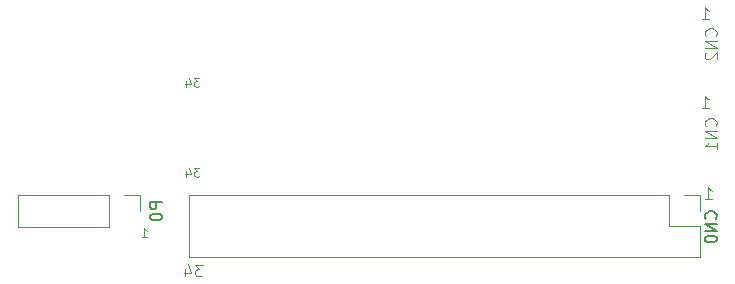
<source format=gbr>
G04 #@! TF.GenerationSoftware,KiCad,Pcbnew,(5.1.9)-1*
G04 #@! TF.CreationDate,2021-02-01T20:54:34+00:00*
G04 #@! TF.ProjectId,Amiga DF0 DF1 Switcher - Design B,416d6967-6120-4444-9630-204446312053,1*
G04 #@! TF.SameCoordinates,Original*
G04 #@! TF.FileFunction,Legend,Bot*
G04 #@! TF.FilePolarity,Positive*
%FSLAX46Y46*%
G04 Gerber Fmt 4.6, Leading zero omitted, Abs format (unit mm)*
G04 Created by KiCad (PCBNEW (5.1.9)-1) date 2021-02-01 20:54:34*
%MOMM*%
%LPD*%
G01*
G04 APERTURE LIST*
%ADD10C,0.125000*%
%ADD11C,0.120000*%
%ADD12C,0.150000*%
G04 APERTURE END LIST*
D10*
X131865714Y-139531285D02*
X132294285Y-139531285D01*
X132080000Y-139531285D02*
X132080000Y-138781285D01*
X132151428Y-138888428D01*
X132222857Y-138959857D01*
X132294285Y-138995571D01*
X136751142Y-126081285D02*
X136286857Y-126081285D01*
X136536857Y-126367000D01*
X136429714Y-126367000D01*
X136358285Y-126402714D01*
X136322571Y-126438428D01*
X136286857Y-126509857D01*
X136286857Y-126688428D01*
X136322571Y-126759857D01*
X136358285Y-126795571D01*
X136429714Y-126831285D01*
X136644000Y-126831285D01*
X136715428Y-126795571D01*
X136751142Y-126759857D01*
X135644000Y-126331285D02*
X135644000Y-126831285D01*
X135822571Y-126045571D02*
X136001142Y-126581285D01*
X135536857Y-126581285D01*
X136751142Y-133701285D02*
X136286857Y-133701285D01*
X136536857Y-133987000D01*
X136429714Y-133987000D01*
X136358285Y-134022714D01*
X136322571Y-134058428D01*
X136286857Y-134129857D01*
X136286857Y-134308428D01*
X136322571Y-134379857D01*
X136358285Y-134415571D01*
X136429714Y-134451285D01*
X136644000Y-134451285D01*
X136715428Y-134415571D01*
X136751142Y-134379857D01*
X135644000Y-133951285D02*
X135644000Y-134451285D01*
X135822571Y-133665571D02*
X136001142Y-134201285D01*
X135536857Y-134201285D01*
X179292285Y-128595380D02*
X179863714Y-128595380D01*
X179578000Y-128595380D02*
X179578000Y-127595380D01*
X179673238Y-127738238D01*
X179768476Y-127833476D01*
X179863714Y-127881095D01*
X179292285Y-121102380D02*
X179863714Y-121102380D01*
X179578000Y-121102380D02*
X179578000Y-120102380D01*
X179673238Y-120245238D01*
X179768476Y-120340476D01*
X179863714Y-120388095D01*
X180443142Y-122499523D02*
X180490761Y-122451904D01*
X180538380Y-122309047D01*
X180538380Y-122213809D01*
X180490761Y-122070952D01*
X180395523Y-121975714D01*
X180300285Y-121928095D01*
X180109809Y-121880476D01*
X179966952Y-121880476D01*
X179776476Y-121928095D01*
X179681238Y-121975714D01*
X179586000Y-122070952D01*
X179538380Y-122213809D01*
X179538380Y-122309047D01*
X179586000Y-122451904D01*
X179633619Y-122499523D01*
X180538380Y-122928095D02*
X179538380Y-122928095D01*
X180538380Y-123499523D01*
X179538380Y-123499523D01*
X179633619Y-123928095D02*
X179586000Y-123975714D01*
X179538380Y-124070952D01*
X179538380Y-124309047D01*
X179586000Y-124404285D01*
X179633619Y-124451904D01*
X179728857Y-124499523D01*
X179824095Y-124499523D01*
X179966952Y-124451904D01*
X180538380Y-123880476D01*
X180538380Y-124499523D01*
X180443142Y-130119523D02*
X180490761Y-130071904D01*
X180538380Y-129929047D01*
X180538380Y-129833809D01*
X180490761Y-129690952D01*
X180395523Y-129595714D01*
X180300285Y-129548095D01*
X180109809Y-129500476D01*
X179966952Y-129500476D01*
X179776476Y-129548095D01*
X179681238Y-129595714D01*
X179586000Y-129690952D01*
X179538380Y-129833809D01*
X179538380Y-129929047D01*
X179586000Y-130071904D01*
X179633619Y-130119523D01*
X180538380Y-130548095D02*
X179538380Y-130548095D01*
X180538380Y-131119523D01*
X179538380Y-131119523D01*
X180538380Y-132119523D02*
X180538380Y-131548095D01*
X180538380Y-131833809D02*
X179538380Y-131833809D01*
X179681238Y-131738571D01*
X179776476Y-131643333D01*
X179824095Y-131548095D01*
X179546285Y-136342380D02*
X180117714Y-136342380D01*
X179832000Y-136342380D02*
X179832000Y-135342380D01*
X179927238Y-135485238D01*
X180022476Y-135580476D01*
X180117714Y-135628095D01*
X137017023Y-141882880D02*
X136397976Y-141882880D01*
X136731309Y-142263833D01*
X136588452Y-142263833D01*
X136493214Y-142311452D01*
X136445595Y-142359071D01*
X136397976Y-142454309D01*
X136397976Y-142692404D01*
X136445595Y-142787642D01*
X136493214Y-142835261D01*
X136588452Y-142882880D01*
X136874166Y-142882880D01*
X136969404Y-142835261D01*
X137017023Y-142787642D01*
X135540833Y-142216214D02*
X135540833Y-142882880D01*
X135778928Y-141835261D02*
X136017023Y-142549547D01*
X135397976Y-142549547D01*
D11*
X129082800Y-138680500D02*
X129082800Y-136020500D01*
X129082800Y-138680500D02*
X121402800Y-138680500D01*
X121402800Y-138680500D02*
X121402800Y-136020500D01*
X129082800Y-136020500D02*
X121402800Y-136020500D01*
X131682800Y-136020500D02*
X130352800Y-136020500D01*
X131682800Y-137350500D02*
X131682800Y-136020500D01*
X179130000Y-141220500D02*
X179130000Y-138620500D01*
X179130000Y-141220500D02*
X135830000Y-141220500D01*
X135830000Y-141220500D02*
X135830000Y-136020500D01*
X176530000Y-136020500D02*
X135830000Y-136020500D01*
X176530000Y-138620500D02*
X176530000Y-136020500D01*
X179130000Y-138620500D02*
X176530000Y-138620500D01*
X179130000Y-136020500D02*
X177800000Y-136020500D01*
X179130000Y-137350500D02*
X179130000Y-136020500D01*
D12*
X133575180Y-136612404D02*
X132575180Y-136612404D01*
X132575180Y-136993357D01*
X132622800Y-137088595D01*
X132670419Y-137136214D01*
X132765657Y-137183833D01*
X132908514Y-137183833D01*
X133003752Y-137136214D01*
X133051371Y-137088595D01*
X133098990Y-136993357D01*
X133098990Y-136612404D01*
X132575180Y-137802880D02*
X132575180Y-137898119D01*
X132622800Y-137993357D01*
X132670419Y-138040976D01*
X132765657Y-138088595D01*
X132956133Y-138136214D01*
X133194228Y-138136214D01*
X133384704Y-138088595D01*
X133479942Y-138040976D01*
X133527561Y-137993357D01*
X133575180Y-137898119D01*
X133575180Y-137802880D01*
X133527561Y-137707642D01*
X133479942Y-137660023D01*
X133384704Y-137612404D01*
X133194228Y-137564785D01*
X132956133Y-137564785D01*
X132765657Y-137612404D01*
X132670419Y-137660023D01*
X132622800Y-137707642D01*
X132575180Y-137802880D01*
X180443142Y-137993523D02*
X180490761Y-137945904D01*
X180538380Y-137803047D01*
X180538380Y-137707809D01*
X180490761Y-137564952D01*
X180395523Y-137469714D01*
X180300285Y-137422095D01*
X180109809Y-137374476D01*
X179966952Y-137374476D01*
X179776476Y-137422095D01*
X179681238Y-137469714D01*
X179586000Y-137564952D01*
X179538380Y-137707809D01*
X179538380Y-137803047D01*
X179586000Y-137945904D01*
X179633619Y-137993523D01*
X180538380Y-138422095D02*
X179538380Y-138422095D01*
X180538380Y-138993523D01*
X179538380Y-138993523D01*
X179538380Y-139660190D02*
X179538380Y-139755428D01*
X179586000Y-139850666D01*
X179633619Y-139898285D01*
X179728857Y-139945904D01*
X179919333Y-139993523D01*
X180157428Y-139993523D01*
X180347904Y-139945904D01*
X180443142Y-139898285D01*
X180490761Y-139850666D01*
X180538380Y-139755428D01*
X180538380Y-139660190D01*
X180490761Y-139564952D01*
X180443142Y-139517333D01*
X180347904Y-139469714D01*
X180157428Y-139422095D01*
X179919333Y-139422095D01*
X179728857Y-139469714D01*
X179633619Y-139517333D01*
X179586000Y-139564952D01*
X179538380Y-139660190D01*
M02*

</source>
